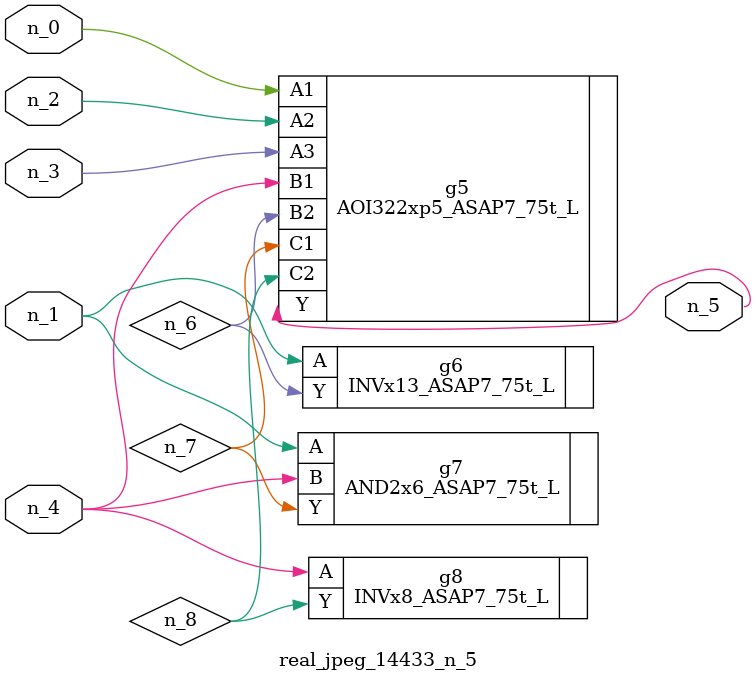
<source format=v>
module real_jpeg_14433_n_5 (n_4, n_0, n_1, n_2, n_3, n_5);

input n_4;
input n_0;
input n_1;
input n_2;
input n_3;

output n_5;

wire n_8;
wire n_6;
wire n_7;

AOI322xp5_ASAP7_75t_L g5 ( 
.A1(n_0),
.A2(n_2),
.A3(n_3),
.B1(n_4),
.B2(n_6),
.C1(n_7),
.C2(n_8),
.Y(n_5)
);

INVx13_ASAP7_75t_L g6 ( 
.A(n_1),
.Y(n_6)
);

AND2x6_ASAP7_75t_L g7 ( 
.A(n_1),
.B(n_4),
.Y(n_7)
);

INVx8_ASAP7_75t_L g8 ( 
.A(n_4),
.Y(n_8)
);


endmodule
</source>
